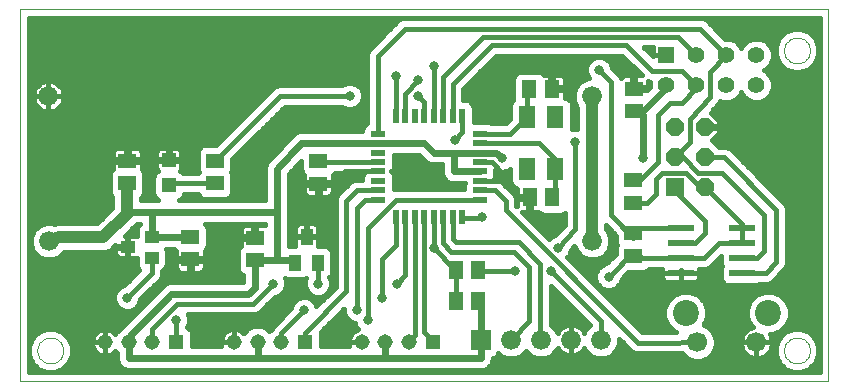
<source format=gtl>
G75*
G70*
%OFA0B0*%
%FSLAX24Y24*%
%IPPOS*%
%LPD*%
%AMOC8*
5,1,8,0,0,1.08239X$1,22.5*
%
%ADD10C,0.0000*%
%ADD11R,0.0500X0.0220*%
%ADD12R,0.0220X0.0500*%
%ADD13R,0.0551X0.0748*%
%ADD14R,0.0512X0.0591*%
%ADD15R,0.0591X0.0512*%
%ADD16R,0.0394X0.0551*%
%ADD17R,0.0472X0.0472*%
%ADD18R,0.0660X0.0660*%
%ADD19C,0.0660*%
%ADD20OC8,0.0600*%
%ADD21R,0.0600X0.0600*%
%ADD22R,0.0554X0.0554*%
%ADD23C,0.0554*%
%ADD24R,0.0515X0.0515*%
%ADD25C,0.0515*%
%ADD26C,0.0866*%
%ADD27C,0.0669*%
%ADD28R,0.0866X0.0236*%
%ADD29R,0.0450X0.0400*%
%ADD30C,0.0160*%
%ADD31C,0.0317*%
%ADD32C,0.0240*%
%ADD33C,0.0400*%
D10*
X001633Y001315D02*
X001633Y013697D01*
X028557Y013697D01*
X028557Y001315D01*
X001633Y001315D01*
X002204Y002322D02*
X002206Y002363D01*
X002212Y002404D01*
X002222Y002444D01*
X002235Y002483D01*
X002252Y002520D01*
X002273Y002556D01*
X002297Y002590D01*
X002324Y002621D01*
X002353Y002649D01*
X002386Y002675D01*
X002420Y002697D01*
X002457Y002716D01*
X002495Y002731D01*
X002535Y002743D01*
X002575Y002751D01*
X002616Y002755D01*
X002658Y002755D01*
X002699Y002751D01*
X002739Y002743D01*
X002779Y002731D01*
X002817Y002716D01*
X002853Y002697D01*
X002888Y002675D01*
X002921Y002649D01*
X002950Y002621D01*
X002977Y002590D01*
X003001Y002556D01*
X003022Y002520D01*
X003039Y002483D01*
X003052Y002444D01*
X003062Y002404D01*
X003068Y002363D01*
X003070Y002322D01*
X003068Y002281D01*
X003062Y002240D01*
X003052Y002200D01*
X003039Y002161D01*
X003022Y002124D01*
X003001Y002088D01*
X002977Y002054D01*
X002950Y002023D01*
X002921Y001995D01*
X002888Y001969D01*
X002854Y001947D01*
X002817Y001928D01*
X002779Y001913D01*
X002739Y001901D01*
X002699Y001893D01*
X002658Y001889D01*
X002616Y001889D01*
X002575Y001893D01*
X002535Y001901D01*
X002495Y001913D01*
X002457Y001928D01*
X002421Y001947D01*
X002386Y001969D01*
X002353Y001995D01*
X002324Y002023D01*
X002297Y002054D01*
X002273Y002088D01*
X002252Y002124D01*
X002235Y002161D01*
X002222Y002200D01*
X002212Y002240D01*
X002206Y002281D01*
X002204Y002322D01*
X027094Y002322D02*
X027096Y002363D01*
X027102Y002404D01*
X027112Y002444D01*
X027125Y002483D01*
X027142Y002520D01*
X027163Y002556D01*
X027187Y002590D01*
X027214Y002621D01*
X027243Y002649D01*
X027276Y002675D01*
X027310Y002697D01*
X027347Y002716D01*
X027385Y002731D01*
X027425Y002743D01*
X027465Y002751D01*
X027506Y002755D01*
X027548Y002755D01*
X027589Y002751D01*
X027629Y002743D01*
X027669Y002731D01*
X027707Y002716D01*
X027743Y002697D01*
X027778Y002675D01*
X027811Y002649D01*
X027840Y002621D01*
X027867Y002590D01*
X027891Y002556D01*
X027912Y002520D01*
X027929Y002483D01*
X027942Y002444D01*
X027952Y002404D01*
X027958Y002363D01*
X027960Y002322D01*
X027958Y002281D01*
X027952Y002240D01*
X027942Y002200D01*
X027929Y002161D01*
X027912Y002124D01*
X027891Y002088D01*
X027867Y002054D01*
X027840Y002023D01*
X027811Y001995D01*
X027778Y001969D01*
X027744Y001947D01*
X027707Y001928D01*
X027669Y001913D01*
X027629Y001901D01*
X027589Y001893D01*
X027548Y001889D01*
X027506Y001889D01*
X027465Y001893D01*
X027425Y001901D01*
X027385Y001913D01*
X027347Y001928D01*
X027311Y001947D01*
X027276Y001969D01*
X027243Y001995D01*
X027214Y002023D01*
X027187Y002054D01*
X027163Y002088D01*
X027142Y002124D01*
X027125Y002161D01*
X027112Y002200D01*
X027102Y002240D01*
X027096Y002281D01*
X027094Y002322D01*
X027094Y012322D02*
X027096Y012363D01*
X027102Y012404D01*
X027112Y012444D01*
X027125Y012483D01*
X027142Y012520D01*
X027163Y012556D01*
X027187Y012590D01*
X027214Y012621D01*
X027243Y012649D01*
X027276Y012675D01*
X027310Y012697D01*
X027347Y012716D01*
X027385Y012731D01*
X027425Y012743D01*
X027465Y012751D01*
X027506Y012755D01*
X027548Y012755D01*
X027589Y012751D01*
X027629Y012743D01*
X027669Y012731D01*
X027707Y012716D01*
X027743Y012697D01*
X027778Y012675D01*
X027811Y012649D01*
X027840Y012621D01*
X027867Y012590D01*
X027891Y012556D01*
X027912Y012520D01*
X027929Y012483D01*
X027942Y012444D01*
X027952Y012404D01*
X027958Y012363D01*
X027960Y012322D01*
X027958Y012281D01*
X027952Y012240D01*
X027942Y012200D01*
X027929Y012161D01*
X027912Y012124D01*
X027891Y012088D01*
X027867Y012054D01*
X027840Y012023D01*
X027811Y011995D01*
X027778Y011969D01*
X027744Y011947D01*
X027707Y011928D01*
X027669Y011913D01*
X027629Y011901D01*
X027589Y011893D01*
X027548Y011889D01*
X027506Y011889D01*
X027465Y011893D01*
X027425Y011901D01*
X027385Y011913D01*
X027347Y011928D01*
X027311Y011947D01*
X027276Y011969D01*
X027243Y011995D01*
X027214Y012023D01*
X027187Y012054D01*
X027163Y012088D01*
X027142Y012124D01*
X027125Y012161D01*
X027112Y012200D01*
X027102Y012240D01*
X027096Y012281D01*
X027094Y012322D01*
D11*
X016946Y009551D03*
X016946Y009236D03*
X016946Y008921D03*
X016946Y008606D03*
X016946Y008291D03*
X016946Y007976D03*
X016946Y007661D03*
X016946Y007346D03*
X013566Y007346D03*
X013566Y007661D03*
X013566Y007976D03*
X013566Y008291D03*
X013566Y008606D03*
X013566Y008921D03*
X013566Y009236D03*
X013566Y009551D03*
D12*
X014154Y010139D03*
X014469Y010139D03*
X014784Y010139D03*
X015099Y010139D03*
X015414Y010139D03*
X015729Y010139D03*
X016044Y010139D03*
X016359Y010139D03*
X016359Y006759D03*
X016044Y006759D03*
X015729Y006759D03*
X015414Y006759D03*
X015099Y006759D03*
X014784Y006759D03*
X014469Y006759D03*
X014154Y006759D03*
D13*
X018523Y008365D03*
X019468Y008365D03*
X019468Y010097D03*
X018523Y010097D03*
D14*
X018609Y011041D03*
X019357Y011041D03*
X019370Y007426D03*
X018622Y007426D03*
X016894Y005001D03*
X016146Y005001D03*
X016158Y003983D03*
X016906Y003983D03*
D15*
X022070Y005475D03*
X022070Y006223D03*
X022070Y007247D03*
X022070Y007995D03*
X022088Y010305D03*
X022088Y011053D03*
X011571Y008634D03*
X011571Y007886D03*
X009453Y006084D03*
X009453Y005336D03*
X007306Y005357D03*
X007306Y006105D03*
X008125Y007889D03*
X008125Y008637D03*
X005204Y008644D03*
X005204Y007896D03*
D16*
X010808Y005250D03*
X011556Y005250D03*
X011182Y006116D03*
D17*
X006589Y007837D03*
X006589Y008664D03*
D18*
X016990Y002667D03*
D19*
X017990Y002667D03*
X018990Y002667D03*
X019990Y002667D03*
X020990Y002667D03*
X020700Y005966D03*
X020685Y010791D03*
X002575Y010791D03*
X002590Y005966D03*
D20*
X023443Y008772D03*
X024443Y008772D03*
X024443Y009772D03*
X023443Y009772D03*
X024443Y007772D03*
D21*
X023443Y007772D03*
D22*
X023169Y012166D03*
D23*
X024169Y012166D03*
X025169Y012166D03*
X026169Y012166D03*
X026169Y011166D03*
X025169Y011166D03*
X024169Y011166D03*
X023169Y011166D03*
D24*
X015383Y002611D03*
X011119Y002604D03*
X006821Y002593D03*
D25*
X006034Y002593D03*
X005246Y002593D03*
X004459Y002593D03*
X008756Y002604D03*
X009544Y002604D03*
X010331Y002604D03*
X013021Y002611D03*
X013808Y002611D03*
X014596Y002611D03*
D26*
X023814Y003573D03*
X026570Y003573D03*
D27*
X026176Y002589D03*
X024208Y002589D03*
D28*
X023645Y004902D03*
X023645Y005402D03*
X023645Y005902D03*
X023645Y006402D03*
X025692Y006402D03*
X025692Y005902D03*
X025692Y005402D03*
X025692Y004902D03*
D29*
X006013Y005421D03*
X005213Y005771D03*
X006013Y006121D03*
D30*
X005511Y006136D02*
X005511Y006376D01*
X005553Y006477D01*
X005616Y006540D01*
X005616Y006555D01*
X005536Y006555D01*
X005132Y006151D01*
X005193Y006151D01*
X005193Y005791D01*
X005233Y005791D01*
X005233Y006151D01*
X005462Y006151D01*
X005508Y006138D01*
X005511Y006136D01*
X005511Y006235D02*
X005217Y006235D01*
X005233Y006077D02*
X005193Y006077D01*
X005193Y005918D02*
X005233Y005918D01*
X005193Y005791D02*
X004808Y005791D01*
X004808Y005827D01*
X004667Y005685D01*
X004491Y005613D01*
X003095Y005613D01*
X002934Y005451D01*
X002711Y005359D01*
X002469Y005359D01*
X002246Y005451D01*
X002075Y005622D01*
X001983Y005845D01*
X001983Y006087D01*
X002075Y006310D01*
X002246Y006480D01*
X002469Y006573D01*
X002711Y006573D01*
X002771Y006548D01*
X002815Y006566D01*
X002822Y006566D01*
X002827Y006568D01*
X002916Y006566D01*
X004199Y006566D01*
X004703Y007070D01*
X004703Y007454D01*
X004674Y007483D01*
X004632Y007585D01*
X004632Y008207D01*
X004674Y008309D01*
X004729Y008364D01*
X004729Y008365D01*
X004729Y008596D01*
X005156Y008596D01*
X005156Y008692D01*
X004729Y008692D01*
X004729Y008924D01*
X004741Y008970D01*
X004765Y009011D01*
X004798Y009044D01*
X004839Y009068D01*
X004885Y009080D01*
X005156Y009080D01*
X005156Y008692D01*
X005252Y008692D01*
X005679Y008692D01*
X005679Y008924D01*
X005667Y008970D01*
X005643Y009011D01*
X005610Y009044D01*
X005569Y009068D01*
X005523Y009080D01*
X005252Y009080D01*
X005252Y008692D01*
X005252Y008596D01*
X005679Y008596D01*
X005679Y008365D01*
X005679Y008364D01*
X005734Y008309D01*
X005776Y008207D01*
X005776Y007585D01*
X005734Y007483D01*
X005656Y007406D01*
X005656Y007349D01*
X006240Y007349D01*
X006196Y007367D01*
X006118Y007444D01*
X006076Y007546D01*
X006076Y008129D01*
X006118Y008231D01*
X006196Y008308D01*
X006211Y008315D01*
X006209Y008318D01*
X006185Y008359D01*
X006173Y008404D01*
X006173Y008626D01*
X006551Y008626D01*
X006551Y008702D01*
X006173Y008702D01*
X006173Y008924D01*
X006185Y008970D01*
X006209Y009011D01*
X006242Y009045D01*
X006283Y009068D01*
X006329Y009080D01*
X006551Y009080D01*
X006551Y008702D01*
X006627Y008702D01*
X007005Y008702D01*
X007005Y008924D01*
X006993Y008970D01*
X006969Y009011D01*
X006936Y009045D01*
X006895Y009068D01*
X006849Y009080D01*
X006627Y009080D01*
X006627Y008702D01*
X006627Y008626D01*
X007005Y008626D01*
X007005Y008404D01*
X006993Y008359D01*
X006969Y008318D01*
X006967Y008315D01*
X006982Y008308D01*
X007045Y008246D01*
X007572Y008246D01*
X007579Y008263D01*
X007553Y008326D01*
X007553Y008948D01*
X007595Y009050D01*
X007673Y009128D01*
X007774Y009170D01*
X008153Y009170D01*
X010095Y011112D01*
X010227Y011167D01*
X012362Y011167D01*
X012374Y011179D01*
X012534Y011245D01*
X012708Y011245D01*
X012868Y011179D01*
X012990Y011056D01*
X013056Y010897D01*
X013056Y010723D01*
X012990Y010563D01*
X012868Y010441D01*
X012708Y010375D01*
X012534Y010375D01*
X012374Y010441D01*
X012362Y010453D01*
X010445Y010453D01*
X008697Y008705D01*
X008697Y008326D01*
X008671Y008263D01*
X008697Y008200D01*
X008697Y007578D01*
X008655Y007476D01*
X008577Y007398D01*
X008475Y007356D01*
X007774Y007356D01*
X007673Y007398D01*
X007595Y007476D01*
X007572Y007532D01*
X007096Y007532D01*
X007060Y007444D01*
X006982Y007367D01*
X006939Y007349D01*
X009783Y007349D01*
X009783Y008364D01*
X009781Y008439D01*
X009783Y008443D01*
X009783Y008448D01*
X009812Y008517D01*
X009838Y008586D01*
X009842Y008589D01*
X009844Y008594D01*
X009896Y008646D01*
X010669Y009455D01*
X010670Y009460D01*
X010723Y009512D01*
X010774Y009566D01*
X010779Y009568D01*
X010782Y009572D01*
X010851Y009600D01*
X010919Y009630D01*
X010923Y009630D01*
X010928Y009632D01*
X011002Y009632D01*
X011076Y009634D01*
X011081Y009632D01*
X013040Y009632D01*
X013040Y009716D01*
X013082Y009818D01*
X013160Y009896D01*
X013209Y009916D01*
X013209Y012219D01*
X013263Y012351D01*
X014169Y013256D01*
X014269Y013357D01*
X014400Y013411D01*
X024352Y013411D01*
X024484Y013357D01*
X025120Y012720D01*
X025279Y012720D01*
X025483Y012636D01*
X025639Y012480D01*
X025669Y012407D01*
X025700Y012480D01*
X025855Y012636D01*
X026059Y012720D01*
X026279Y012720D01*
X026483Y012636D01*
X026639Y012480D01*
X026723Y012276D01*
X026723Y012056D01*
X026639Y011852D01*
X026483Y011696D01*
X026410Y011666D01*
X026483Y011636D01*
X026639Y011480D01*
X026723Y011276D01*
X026723Y011056D01*
X026639Y010852D01*
X026483Y010696D01*
X026279Y010612D01*
X026059Y010612D01*
X025855Y010696D01*
X025700Y010852D01*
X025669Y010926D01*
X025639Y010852D01*
X025483Y010696D01*
X025279Y010612D01*
X025059Y010612D01*
X024965Y010651D01*
X024962Y010643D01*
X024942Y010586D01*
X024935Y010578D01*
X024931Y010568D01*
X024888Y010525D01*
X024643Y010251D01*
X024923Y009971D01*
X024923Y009792D01*
X024463Y009792D01*
X024463Y009752D01*
X024923Y009752D01*
X024923Y009573D01*
X024690Y009340D01*
X024918Y009113D01*
X025166Y009113D01*
X025297Y009059D01*
X025397Y008958D01*
X025397Y008958D01*
X027136Y007219D01*
X027190Y007088D01*
X027190Y005188D01*
X027136Y005057D01*
X026679Y004600D01*
X026548Y004546D01*
X026272Y004546D01*
X026180Y004507D01*
X025204Y004507D01*
X025102Y004550D01*
X025024Y004628D01*
X024982Y004729D01*
X024982Y005076D01*
X025014Y005152D01*
X024982Y005229D01*
X024982Y005461D01*
X024620Y005100D01*
X024489Y005046D01*
X024257Y005046D01*
X024258Y005044D01*
X024258Y004902D01*
X023645Y004902D01*
X023645Y004902D01*
X023645Y004604D01*
X024101Y004604D01*
X024147Y004617D01*
X024188Y004640D01*
X024222Y004674D01*
X024245Y004715D01*
X024258Y004761D01*
X024258Y004902D01*
X023645Y004902D01*
X023645Y004902D01*
X023645Y004604D01*
X023188Y004604D01*
X023142Y004617D01*
X023101Y004640D01*
X023067Y004674D01*
X023044Y004715D01*
X023031Y004761D01*
X023031Y004902D01*
X023645Y004902D01*
X023645Y004902D01*
X023645Y004902D01*
X023645Y005007D01*
X023645Y005007D01*
X023645Y004902D01*
X023031Y004902D01*
X023031Y005044D01*
X023032Y005046D01*
X022583Y005046D01*
X022522Y004985D01*
X022420Y004943D01*
X021904Y004943D01*
X021678Y004717D01*
X021678Y004700D01*
X021612Y004540D01*
X021490Y004417D01*
X021330Y004351D01*
X021156Y004351D01*
X020996Y004417D01*
X020874Y004540D01*
X020808Y004700D01*
X020808Y004873D01*
X020874Y005033D01*
X020996Y005155D01*
X021156Y005222D01*
X021174Y005222D01*
X021498Y005546D01*
X021498Y005786D01*
X021524Y005849D01*
X021498Y005912D01*
X021498Y006153D01*
X021162Y006489D01*
X021162Y006362D01*
X021215Y006310D01*
X021307Y006087D01*
X021307Y005845D01*
X021215Y005622D01*
X021044Y005451D01*
X020821Y005359D01*
X020579Y005359D01*
X020356Y005451D01*
X020186Y005622D01*
X020109Y005806D01*
X019985Y005674D01*
X019985Y005645D01*
X019919Y005485D01*
X019874Y005440D01*
X022375Y002938D01*
X023132Y002938D01*
X023484Y002941D01*
X023412Y002971D01*
X023212Y003171D01*
X023104Y003432D01*
X023104Y003714D01*
X023212Y003975D01*
X023412Y004175D01*
X023673Y004283D01*
X023955Y004283D01*
X024216Y004175D01*
X024416Y003975D01*
X024524Y003714D01*
X024524Y003432D01*
X024416Y003171D01*
X024411Y003166D01*
X024554Y003107D01*
X024726Y002935D01*
X024819Y002710D01*
X024819Y002467D01*
X024726Y002242D01*
X024554Y002070D01*
X024329Y001977D01*
X024086Y001977D01*
X023861Y002070D01*
X023703Y002229D01*
X023205Y002225D01*
X023204Y002225D01*
X023134Y002225D01*
X023064Y002224D01*
X023063Y002225D01*
X022156Y002225D01*
X022025Y002279D01*
X021925Y002379D01*
X021597Y002707D01*
X021597Y002547D01*
X021505Y002324D01*
X021334Y002153D01*
X021111Y002061D01*
X020870Y002061D01*
X020646Y002153D01*
X020476Y002324D01*
X020436Y002419D01*
X020426Y002400D01*
X020379Y002335D01*
X020322Y002278D01*
X020258Y002231D01*
X020186Y002195D01*
X020110Y002170D01*
X020030Y002157D01*
X019990Y002157D01*
X019990Y002667D01*
X019990Y002667D01*
X019990Y002157D01*
X019950Y002157D01*
X019871Y002170D01*
X019794Y002195D01*
X019723Y002231D01*
X019658Y002278D01*
X019601Y002335D01*
X019554Y002400D01*
X019544Y002419D01*
X019505Y002324D01*
X019334Y002153D01*
X019111Y002061D01*
X018870Y002061D01*
X018646Y002153D01*
X018490Y002309D01*
X018334Y002153D01*
X018111Y002061D01*
X017870Y002061D01*
X017646Y002153D01*
X017574Y002226D01*
X017555Y002181D01*
X017477Y002103D01*
X017388Y002066D01*
X017388Y001992D01*
X017388Y001992D01*
X017388Y001991D01*
X017358Y001919D01*
X017328Y001846D01*
X017328Y001846D01*
X017327Y001845D01*
X017272Y001790D01*
X017217Y001734D01*
X017216Y001734D01*
X017216Y001733D01*
X017144Y001703D01*
X017072Y001673D01*
X017071Y001673D01*
X017070Y001673D01*
X016992Y001673D01*
X016914Y001673D01*
X016913Y001673D01*
X005180Y001673D01*
X005034Y001733D01*
X004922Y001845D01*
X004862Y001991D01*
X004862Y002222D01*
X004793Y002290D01*
X004788Y002303D01*
X004744Y002259D01*
X004688Y002219D01*
X004627Y002188D01*
X004561Y002166D01*
X004493Y002156D01*
X004459Y002156D01*
X004459Y002593D01*
X004459Y002593D01*
X004459Y002593D01*
X004459Y003030D01*
X004493Y003030D01*
X004561Y003020D01*
X004627Y002998D01*
X004688Y002967D01*
X004744Y002927D01*
X004788Y002883D01*
X004793Y002896D01*
X004943Y003046D01*
X004980Y003061D01*
X006451Y004532D01*
X006597Y004593D01*
X009056Y004593D01*
X009056Y004823D01*
X009001Y004846D01*
X008923Y004924D01*
X008881Y005025D01*
X008881Y005647D01*
X008923Y005749D01*
X008978Y005804D01*
X008978Y005805D01*
X008978Y006036D01*
X009405Y006036D01*
X009405Y006132D01*
X008978Y006132D01*
X008978Y006364D01*
X008990Y006410D01*
X009014Y006451D01*
X009047Y006484D01*
X009088Y006508D01*
X009134Y006520D01*
X009405Y006520D01*
X009405Y006132D01*
X009501Y006132D01*
X009501Y006520D01*
X009772Y006520D01*
X009783Y006517D01*
X009783Y006555D01*
X007799Y006555D01*
X007836Y006518D01*
X007878Y006416D01*
X007878Y005794D01*
X007836Y005692D01*
X007781Y005638D01*
X007781Y005637D01*
X007781Y005405D01*
X007354Y005405D01*
X007354Y005309D01*
X007354Y004921D01*
X007625Y004921D01*
X007671Y004934D01*
X007712Y004957D01*
X007745Y004991D01*
X007769Y005032D01*
X007781Y005078D01*
X007781Y005309D01*
X007354Y005309D01*
X007258Y005309D01*
X007258Y004921D01*
X006987Y004921D01*
X006941Y004934D01*
X006900Y004957D01*
X006867Y004991D01*
X006843Y005032D01*
X006831Y005078D01*
X006831Y005309D01*
X007258Y005309D01*
X007258Y005405D01*
X006831Y005405D01*
X006831Y005637D01*
X006831Y005638D01*
X006776Y005692D01*
X006769Y005708D01*
X006501Y005708D01*
X006515Y005676D01*
X006515Y005165D01*
X006473Y005064D01*
X006395Y004986D01*
X006370Y004976D01*
X006370Y004840D01*
X006316Y004709D01*
X005640Y004033D01*
X005640Y003991D01*
X005573Y003831D01*
X005451Y003709D01*
X005291Y003642D01*
X005118Y003642D01*
X004958Y003709D01*
X004835Y003831D01*
X004769Y003991D01*
X004769Y004164D01*
X004835Y004324D01*
X004958Y004447D01*
X005106Y004508D01*
X005607Y005010D01*
X005553Y005064D01*
X005511Y005165D01*
X005511Y005405D01*
X005508Y005403D01*
X005462Y005391D01*
X005233Y005391D01*
X005233Y005751D01*
X005193Y005751D01*
X004808Y005751D01*
X004808Y005547D01*
X004820Y005501D01*
X004844Y005460D01*
X004878Y005427D01*
X004919Y005403D01*
X004964Y005391D01*
X005193Y005391D01*
X005193Y005751D01*
X005193Y005791D01*
X005193Y005760D02*
X004741Y005760D01*
X004808Y005601D02*
X003083Y005601D01*
X002913Y005443D02*
X004861Y005443D01*
X005193Y005443D02*
X005233Y005443D01*
X005233Y005601D02*
X005193Y005601D01*
X005511Y005284D02*
X001910Y005284D01*
X001910Y005126D02*
X005528Y005126D01*
X005565Y004967D02*
X001910Y004967D01*
X001910Y004809D02*
X005406Y004809D01*
X005248Y004650D02*
X001910Y004650D01*
X001910Y004492D02*
X005067Y004492D01*
X004844Y004333D02*
X001910Y004333D01*
X001910Y004175D02*
X004773Y004175D01*
X004769Y004016D02*
X001910Y004016D01*
X001910Y003858D02*
X004824Y003858D01*
X004981Y003699D02*
X001910Y003699D01*
X001910Y003541D02*
X005460Y003541D01*
X005428Y003699D02*
X005618Y003699D01*
X005584Y003858D02*
X005777Y003858D01*
X005640Y004016D02*
X005935Y004016D01*
X005782Y004175D02*
X006094Y004175D01*
X005940Y004333D02*
X006252Y004333D01*
X006099Y004492D02*
X006411Y004492D01*
X006257Y004650D02*
X009056Y004650D01*
X009056Y004809D02*
X006357Y004809D01*
X006370Y004967D02*
X006890Y004967D01*
X006831Y005126D02*
X006498Y005126D01*
X006515Y005284D02*
X006831Y005284D01*
X007258Y005284D02*
X007354Y005284D01*
X007354Y005126D02*
X007258Y005126D01*
X007258Y004967D02*
X007354Y004967D01*
X007722Y004967D02*
X008905Y004967D01*
X008881Y005126D02*
X007781Y005126D01*
X007781Y005284D02*
X008881Y005284D01*
X008881Y005443D02*
X007781Y005443D01*
X007781Y005601D02*
X008881Y005601D01*
X008934Y005760D02*
X007864Y005760D01*
X007878Y005918D02*
X008978Y005918D01*
X008978Y006235D02*
X007878Y006235D01*
X007878Y006077D02*
X009405Y006077D01*
X009405Y006235D02*
X009501Y006235D01*
X009501Y006394D02*
X009405Y006394D01*
X009783Y006552D02*
X007802Y006552D01*
X007878Y006394D02*
X008986Y006394D01*
X010577Y006394D02*
X010806Y006394D01*
X010806Y006415D02*
X010806Y006134D01*
X011164Y006134D01*
X011164Y006097D01*
X010806Y006097D01*
X010806Y005816D01*
X010809Y005802D01*
X010577Y005802D01*
X010577Y008210D01*
X010999Y008652D01*
X010999Y008323D01*
X011041Y008221D01*
X011096Y008166D01*
X011096Y008165D01*
X011096Y007934D01*
X011523Y007934D01*
X011523Y007838D01*
X011096Y007838D01*
X011096Y007606D01*
X011108Y007560D01*
X011132Y007519D01*
X011165Y007486D01*
X011206Y007462D01*
X011252Y007450D01*
X011523Y007450D01*
X011523Y007838D01*
X011619Y007838D01*
X011619Y007934D01*
X012046Y007934D01*
X012046Y008165D01*
X012046Y008166D01*
X012101Y008221D01*
X012113Y008249D01*
X013088Y008249D01*
X013082Y008243D01*
X013040Y008141D01*
X013040Y008018D01*
X012787Y008018D01*
X012656Y007964D01*
X012301Y007609D01*
X012200Y007508D01*
X012146Y007377D01*
X012146Y004451D01*
X011509Y003814D01*
X011466Y003919D01*
X011343Y004042D01*
X011183Y004108D01*
X011010Y004108D01*
X010850Y004042D01*
X010728Y003919D01*
X010661Y003759D01*
X010661Y003738D01*
X010084Y003147D01*
X010035Y003099D01*
X010034Y003097D01*
X010033Y003095D01*
X010010Y003038D01*
X009937Y002966D01*
X009846Y003057D01*
X009650Y003138D01*
X009437Y003138D01*
X009241Y003057D01*
X009091Y002906D01*
X009085Y002893D01*
X009041Y002937D01*
X008986Y002978D01*
X008924Y003009D01*
X008859Y003030D01*
X008791Y003041D01*
X008756Y003041D01*
X008722Y003041D01*
X008654Y003030D01*
X008588Y003009D01*
X008527Y002978D01*
X008471Y002937D01*
X008423Y002889D01*
X008382Y002833D01*
X008351Y002772D01*
X008330Y002706D01*
X008319Y002638D01*
X008319Y002604D01*
X008756Y002604D01*
X008756Y003041D01*
X008756Y002604D01*
X008756Y002604D01*
X008756Y002604D01*
X008319Y002604D01*
X008319Y002569D01*
X008330Y002501D01*
X008341Y002467D01*
X007355Y002467D01*
X007355Y002906D01*
X007313Y003007D01*
X007235Y003085D01*
X007208Y003096D01*
X007269Y003243D01*
X007269Y003416D01*
X007224Y003524D01*
X009464Y003524D01*
X009595Y003578D01*
X010131Y004115D01*
X010148Y004115D01*
X010308Y004181D01*
X010431Y004304D01*
X010497Y004463D01*
X010497Y004637D01*
X010455Y004739D01*
X010556Y004697D01*
X011060Y004697D01*
X011162Y004739D01*
X011167Y004745D01*
X011123Y004637D01*
X011123Y004463D01*
X011189Y004304D01*
X011311Y004181D01*
X011471Y004115D01*
X011645Y004115D01*
X011805Y004181D01*
X011927Y004304D01*
X011993Y004463D01*
X011993Y004637D01*
X011939Y004768D01*
X011988Y004817D01*
X012030Y004919D01*
X012030Y005580D01*
X011988Y005682D01*
X011910Y005760D01*
X011808Y005802D01*
X011555Y005802D01*
X011559Y005816D01*
X011559Y006097D01*
X011201Y006097D01*
X011201Y006134D01*
X011559Y006134D01*
X011559Y006415D01*
X011547Y006461D01*
X011523Y006502D01*
X011490Y006535D01*
X011449Y006559D01*
X011403Y006571D01*
X011201Y006571D01*
X011201Y006134D01*
X011164Y006134D01*
X011164Y006571D01*
X010962Y006571D01*
X010916Y006559D01*
X010875Y006535D01*
X010841Y006502D01*
X010818Y006461D01*
X010806Y006415D01*
X010904Y006552D02*
X010577Y006552D01*
X010577Y006711D02*
X012146Y006711D01*
X012146Y006869D02*
X010577Y006869D01*
X010577Y007028D02*
X012146Y007028D01*
X012146Y007186D02*
X010577Y007186D01*
X010577Y007345D02*
X012146Y007345D01*
X011977Y007486D02*
X012010Y007519D01*
X012034Y007560D01*
X012046Y007606D01*
X012046Y007838D01*
X011619Y007838D01*
X011619Y007450D01*
X011890Y007450D01*
X011936Y007462D01*
X011977Y007486D01*
X011994Y007503D02*
X012198Y007503D01*
X012046Y007662D02*
X012354Y007662D01*
X012512Y007820D02*
X012046Y007820D01*
X012070Y007897D02*
X011558Y007897D01*
X011523Y007820D02*
X011619Y007820D01*
X011619Y007662D02*
X011523Y007662D01*
X011523Y007503D02*
X011619Y007503D01*
X011148Y007503D02*
X010577Y007503D01*
X010577Y007662D02*
X011096Y007662D01*
X011096Y007820D02*
X010577Y007820D01*
X010577Y007979D02*
X011096Y007979D01*
X011096Y008137D02*
X010577Y008137D01*
X010659Y008296D02*
X011010Y008296D01*
X010999Y008454D02*
X010810Y008454D01*
X010961Y008613D02*
X010999Y008613D01*
X011571Y008634D02*
X011597Y008660D01*
X011597Y008684D01*
X011675Y008606D01*
X013566Y008606D01*
X014093Y008613D02*
X015162Y008613D01*
X015191Y008584D02*
X015337Y008523D01*
X015689Y008523D01*
X015689Y008211D01*
X015749Y008065D01*
X015861Y007954D01*
X016007Y007893D01*
X016447Y007893D01*
X016420Y007826D01*
X016420Y007703D01*
X014093Y007703D01*
X014093Y007826D01*
X014093Y008141D01*
X014051Y008243D01*
X014003Y008291D01*
X014051Y008339D01*
X014093Y008441D01*
X014093Y008839D01*
X014936Y008839D01*
X015191Y008584D01*
X015004Y008771D02*
X014093Y008771D01*
X014093Y008454D02*
X015689Y008454D01*
X015689Y008296D02*
X014008Y008296D01*
X014093Y008137D02*
X015719Y008137D01*
X015836Y007979D02*
X014093Y007979D01*
X014093Y007820D02*
X016420Y007820D01*
X016946Y007976D02*
X017699Y007976D01*
X017700Y007977D01*
X017704Y008251D01*
X017349Y008606D01*
X016946Y008606D01*
X016946Y008291D02*
X016946Y008290D01*
X017473Y008296D02*
X017594Y008296D01*
X017613Y008288D02*
X017786Y008288D01*
X017946Y008354D01*
X017970Y008378D01*
X017970Y007936D01*
X018012Y007834D01*
X018090Y007756D01*
X018186Y007717D01*
X018186Y007474D01*
X018574Y007474D01*
X018574Y007378D01*
X018186Y007378D01*
X018186Y007127D01*
X018175Y007139D01*
X018175Y007377D01*
X018120Y007508D01*
X018020Y007609D01*
X017665Y007964D01*
X017534Y008018D01*
X017425Y008018D01*
X017431Y008024D01*
X017473Y008126D01*
X017473Y008346D01*
X017613Y008288D01*
X017805Y008296D02*
X017970Y008296D01*
X017970Y008137D02*
X017473Y008137D01*
X017628Y007979D02*
X017970Y007979D01*
X018026Y007820D02*
X017808Y007820D01*
X017699Y007976D02*
X018251Y007424D01*
X018621Y007424D01*
X018622Y007426D01*
X018574Y007378D02*
X018670Y007378D01*
X018670Y006950D01*
X018902Y006950D01*
X018903Y006951D01*
X018958Y006896D01*
X019059Y006854D01*
X019681Y006854D01*
X019783Y006896D01*
X019784Y006896D01*
X019784Y006502D01*
X019469Y006166D01*
X019463Y006166D01*
X019304Y006100D01*
X019258Y006055D01*
X018363Y006950D01*
X018574Y006950D01*
X018574Y007378D01*
X018574Y007345D02*
X018670Y007345D01*
X018670Y007186D02*
X018574Y007186D01*
X018574Y007028D02*
X018670Y007028D01*
X018444Y006869D02*
X019021Y006869D01*
X018603Y006711D02*
X019784Y006711D01*
X019784Y006869D02*
X019719Y006869D01*
X019784Y006552D02*
X018761Y006552D01*
X018920Y006394D02*
X019682Y006394D01*
X019533Y006235D02*
X019078Y006235D01*
X019237Y006077D02*
X019280Y006077D01*
X019550Y005731D02*
X020141Y006361D01*
X020141Y009274D01*
X020020Y009696D02*
X020020Y010526D01*
X019978Y010628D01*
X019900Y010706D01*
X019798Y010748D01*
X019793Y010748D01*
X019793Y010993D01*
X019405Y010993D01*
X019405Y011089D01*
X019309Y011089D01*
X019309Y011516D01*
X019077Y011516D01*
X019077Y011516D01*
X019022Y011571D01*
X018920Y011613D01*
X018298Y011613D01*
X018196Y011571D01*
X018118Y011493D01*
X018076Y011391D01*
X018076Y010692D01*
X018012Y010628D01*
X017970Y010526D01*
X017970Y010050D01*
X017828Y009908D01*
X017324Y009908D01*
X017251Y009938D01*
X016746Y009938D01*
X016746Y010444D01*
X016703Y010545D01*
X016626Y010623D01*
X016524Y010665D01*
X016401Y010665D01*
X016401Y011053D01*
X017493Y012146D01*
X021686Y012146D01*
X022343Y011489D01*
X022136Y011489D01*
X022136Y011101D01*
X022040Y011101D01*
X022040Y011489D01*
X021769Y011489D01*
X021724Y011477D01*
X021682Y011453D01*
X021650Y011421D01*
X021624Y011485D01*
X021363Y011745D01*
X021363Y011763D01*
X021297Y011923D01*
X021175Y012045D01*
X021015Y012111D01*
X020841Y012111D01*
X020681Y012045D01*
X020559Y011923D01*
X020493Y011763D01*
X020493Y011589D01*
X020559Y011429D01*
X020590Y011398D01*
X020564Y011398D01*
X020341Y011306D01*
X020171Y011135D01*
X020078Y010912D01*
X020078Y010671D01*
X020171Y010448D01*
X020208Y010410D01*
X020208Y009710D01*
X020054Y009710D01*
X020020Y009696D01*
X020020Y009722D02*
X020208Y009722D01*
X020208Y009881D02*
X020020Y009881D01*
X020020Y010039D02*
X020208Y010039D01*
X020208Y010198D02*
X020020Y010198D01*
X020020Y010356D02*
X020208Y010356D01*
X020143Y010515D02*
X020020Y010515D01*
X020078Y010673D02*
X019933Y010673D01*
X019793Y010832D02*
X020078Y010832D01*
X020111Y010990D02*
X019793Y010990D01*
X019793Y011089D02*
X019405Y011089D01*
X019405Y011516D01*
X019637Y011516D01*
X019682Y011504D01*
X019723Y011480D01*
X019757Y011446D01*
X019781Y011405D01*
X019793Y011360D01*
X019793Y011089D01*
X019793Y011149D02*
X020184Y011149D01*
X020345Y011307D02*
X019793Y011307D01*
X019405Y011307D02*
X019309Y011307D01*
X019309Y011149D02*
X019405Y011149D01*
X019405Y011466D02*
X019309Y011466D01*
X019738Y011466D02*
X020544Y011466D01*
X020493Y011624D02*
X016971Y011624D01*
X016813Y011466D02*
X018107Y011466D01*
X018076Y011307D02*
X016654Y011307D01*
X016496Y011149D02*
X018076Y011149D01*
X018076Y010990D02*
X016401Y010990D01*
X016401Y010832D02*
X018076Y010832D01*
X018058Y010673D02*
X016401Y010673D01*
X016716Y010515D02*
X017970Y010515D01*
X017970Y010356D02*
X016746Y010356D01*
X016746Y010198D02*
X017970Y010198D01*
X017960Y010039D02*
X016746Y010039D01*
X016361Y010136D02*
X016359Y010139D01*
X016361Y010136D02*
X016361Y009589D01*
X016125Y009353D01*
X016086Y008921D02*
X016086Y008920D01*
X016946Y009236D02*
X018919Y009236D01*
X019432Y008723D01*
X019432Y008401D01*
X019468Y008365D01*
X019468Y007523D01*
X019370Y007426D01*
X018186Y007503D02*
X018122Y007503D01*
X018186Y007662D02*
X017967Y007662D01*
X017818Y007306D02*
X017463Y007661D01*
X016946Y007661D01*
X016946Y007346D02*
X014157Y007346D01*
X013211Y006400D01*
X013211Y003330D01*
X012784Y003224D02*
X011928Y003224D01*
X011770Y003065D02*
X012860Y003065D01*
X012842Y003083D02*
X012895Y003031D01*
X012853Y003017D01*
X012792Y002986D01*
X012736Y002945D01*
X012687Y002896D01*
X012647Y002841D01*
X012616Y002779D01*
X012594Y002714D01*
X012583Y002646D01*
X012583Y002612D01*
X013021Y002612D01*
X013021Y002611D01*
X012583Y002611D01*
X012583Y002577D01*
X012594Y002509D01*
X012608Y002467D01*
X011653Y002467D01*
X011653Y002916D01*
X011644Y002939D01*
X012422Y003717D01*
X012422Y003586D01*
X012488Y003426D01*
X012611Y003304D01*
X012771Y003238D01*
X012778Y003238D01*
X012842Y003083D01*
X012697Y002907D02*
X011653Y002907D01*
X011653Y002748D02*
X012605Y002748D01*
X012583Y002590D02*
X011653Y002590D01*
X011119Y002604D02*
X011119Y002919D01*
X012503Y004303D01*
X012503Y007306D01*
X012858Y007661D01*
X013566Y007661D01*
X013566Y007346D02*
X013134Y007346D01*
X012857Y007070D01*
X012857Y003673D01*
X012422Y003699D02*
X012404Y003699D01*
X012441Y003541D02*
X012245Y003541D01*
X012087Y003382D02*
X012532Y003382D01*
X011553Y003858D02*
X011491Y003858D01*
X011369Y004016D02*
X011712Y004016D01*
X011789Y004175D02*
X011870Y004175D01*
X011939Y004333D02*
X012029Y004333D01*
X011993Y004492D02*
X012146Y004492D01*
X012146Y004650D02*
X011988Y004650D01*
X011980Y004809D02*
X012146Y004809D01*
X012146Y004967D02*
X012030Y004967D01*
X012030Y005126D02*
X012146Y005126D01*
X012146Y005284D02*
X012030Y005284D01*
X011556Y005250D02*
X011556Y004588D01*
X011558Y004589D01*
X011558Y004550D01*
X011177Y004333D02*
X010443Y004333D01*
X010497Y004492D02*
X011123Y004492D01*
X011128Y004650D02*
X010492Y004650D01*
X010455Y004739D02*
X010455Y004739D01*
X010062Y004550D02*
X009393Y003881D01*
X006873Y003881D01*
X006034Y003041D01*
X006034Y002593D01*
X005259Y002582D02*
X005258Y002582D01*
X005246Y002593D01*
X005219Y002620D01*
X005219Y002739D01*
X005259Y002621D02*
X005259Y002582D01*
X004811Y002273D02*
X004757Y002273D01*
X004862Y002114D02*
X003319Y002114D01*
X003347Y002181D02*
X003239Y001920D01*
X003039Y001720D01*
X002778Y001612D01*
X002495Y001612D01*
X002235Y001720D01*
X002035Y001920D01*
X001927Y002181D01*
X001927Y002463D01*
X002035Y002724D01*
X002235Y002924D01*
X002495Y003032D01*
X002778Y003032D01*
X003039Y002924D01*
X003239Y002724D01*
X003347Y002463D01*
X003347Y002181D01*
X003347Y002273D02*
X004160Y002273D01*
X004174Y002259D02*
X004229Y002219D01*
X004291Y002188D01*
X004356Y002166D01*
X004424Y002156D01*
X004459Y002156D01*
X004459Y002593D01*
X004459Y003030D01*
X004424Y003030D01*
X004356Y003020D01*
X004291Y002998D01*
X004229Y002967D01*
X004174Y002927D01*
X004125Y002878D01*
X004085Y002822D01*
X004053Y002761D01*
X004032Y002695D01*
X004021Y002627D01*
X004021Y002593D01*
X004459Y002593D01*
X004021Y002593D01*
X004021Y002559D01*
X004032Y002491D01*
X004053Y002425D01*
X004085Y002364D01*
X004125Y002308D01*
X004174Y002259D01*
X004051Y002431D02*
X003347Y002431D01*
X003294Y002590D02*
X004021Y002590D01*
X004049Y002748D02*
X003214Y002748D01*
X003056Y002907D02*
X004154Y002907D01*
X004459Y002907D02*
X004459Y002907D01*
X004459Y002748D02*
X004459Y002748D01*
X004459Y002593D02*
X004459Y002593D01*
X004459Y002590D02*
X004459Y002590D01*
X004459Y002431D02*
X004459Y002431D01*
X004459Y002273D02*
X004459Y002273D01*
X004876Y001956D02*
X003254Y001956D01*
X003116Y001797D02*
X004970Y001797D01*
X004804Y002907D02*
X004764Y002907D01*
X004984Y003065D02*
X001910Y003065D01*
X001910Y002907D02*
X002218Y002907D01*
X002059Y002748D02*
X001910Y002748D01*
X001910Y002590D02*
X001979Y002590D01*
X001927Y002431D02*
X001910Y002431D01*
X001910Y002273D02*
X001927Y002273D01*
X001910Y002114D02*
X001954Y002114D01*
X001910Y001956D02*
X002020Y001956D01*
X001910Y001797D02*
X002157Y001797D01*
X001910Y001639D02*
X002430Y001639D01*
X002843Y001639D02*
X027321Y001639D01*
X027386Y001612D02*
X027668Y001612D01*
X027929Y001720D01*
X028129Y001920D01*
X028237Y002181D01*
X028237Y002463D01*
X028129Y002724D01*
X027929Y002924D01*
X027668Y003032D01*
X027386Y003032D01*
X027125Y002924D01*
X026925Y002724D01*
X026817Y002463D01*
X026817Y002181D01*
X026925Y001920D01*
X027125Y001720D01*
X027386Y001612D01*
X027733Y001639D02*
X028280Y001639D01*
X028280Y001592D02*
X001910Y001592D01*
X001910Y013420D01*
X028280Y013420D01*
X028280Y001592D01*
X028280Y001797D02*
X028007Y001797D01*
X028144Y001956D02*
X028280Y001956D01*
X028280Y002114D02*
X028210Y002114D01*
X028237Y002273D02*
X028280Y002273D01*
X028280Y002431D02*
X028237Y002431D01*
X028280Y002590D02*
X028185Y002590D01*
X028105Y002748D02*
X028280Y002748D01*
X028280Y002907D02*
X027946Y002907D01*
X028280Y003065D02*
X027066Y003065D01*
X026972Y002971D02*
X027172Y003171D01*
X027280Y003432D01*
X027280Y003714D01*
X027172Y003975D01*
X026972Y004175D01*
X026711Y004283D01*
X026429Y004283D01*
X026168Y004175D01*
X025968Y003975D01*
X025860Y003714D01*
X025860Y003432D01*
X025968Y003171D01*
X026050Y003089D01*
X025979Y003066D01*
X025906Y003029D01*
X025841Y002981D01*
X025784Y002924D01*
X025736Y002858D01*
X025699Y002786D01*
X025674Y002709D01*
X025661Y002629D01*
X025661Y002589D01*
X026176Y002589D01*
X026176Y002589D01*
X026691Y002589D01*
X026691Y002629D01*
X026678Y002709D01*
X026653Y002786D01*
X026616Y002858D01*
X026613Y002863D01*
X026711Y002863D01*
X026972Y002971D01*
X027108Y002907D02*
X026817Y002907D01*
X026950Y002748D02*
X026665Y002748D01*
X026691Y002590D02*
X026870Y002590D01*
X026817Y002431D02*
X026666Y002431D01*
X026678Y002468D02*
X026691Y002548D01*
X026691Y002589D01*
X026176Y002589D01*
X026176Y002589D01*
X025661Y002589D01*
X025661Y002548D01*
X025674Y002468D01*
X025699Y002391D01*
X025736Y002319D01*
X025784Y002253D01*
X025841Y002196D01*
X025906Y002148D01*
X025979Y002112D01*
X026056Y002087D01*
X026136Y002074D01*
X026176Y002074D01*
X026176Y002589D01*
X026176Y002589D01*
X026176Y002074D01*
X026217Y002074D01*
X026297Y002087D01*
X026374Y002112D01*
X026446Y002148D01*
X026511Y002196D01*
X026569Y002253D01*
X026616Y002319D01*
X026653Y002391D01*
X026678Y002468D01*
X026583Y002273D02*
X026817Y002273D01*
X026845Y002114D02*
X026379Y002114D01*
X026176Y002114D02*
X026176Y002114D01*
X026176Y002273D02*
X026176Y002273D01*
X026176Y002431D02*
X026176Y002431D01*
X025974Y002114D02*
X024598Y002114D01*
X024739Y002273D02*
X025769Y002273D01*
X025686Y002431D02*
X024804Y002431D01*
X024819Y002590D02*
X025661Y002590D01*
X025687Y002748D02*
X024803Y002748D01*
X024738Y002907D02*
X025771Y002907D01*
X025978Y003065D02*
X024596Y003065D01*
X024438Y003224D02*
X025946Y003224D01*
X025880Y003382D02*
X024503Y003382D01*
X024524Y003541D02*
X025860Y003541D01*
X025860Y003699D02*
X024524Y003699D01*
X024464Y003858D02*
X025919Y003858D01*
X026009Y004016D02*
X024375Y004016D01*
X024216Y004175D02*
X026168Y004175D01*
X026972Y004175D02*
X028280Y004175D01*
X028280Y004333D02*
X020980Y004333D01*
X020922Y004492D02*
X020822Y004492D01*
X020828Y004650D02*
X020663Y004650D01*
X020808Y004809D02*
X020505Y004809D01*
X020346Y004967D02*
X020847Y004967D01*
X020967Y005126D02*
X020188Y005126D01*
X020029Y005284D02*
X021236Y005284D01*
X021395Y005443D02*
X021023Y005443D01*
X021194Y005601D02*
X021498Y005601D01*
X021498Y005760D02*
X021272Y005760D01*
X021307Y005918D02*
X021498Y005918D01*
X021498Y006077D02*
X021307Y006077D01*
X021245Y006235D02*
X021415Y006235D01*
X021257Y006394D02*
X021162Y006394D01*
X021322Y006834D02*
X021322Y011282D01*
X020928Y011676D01*
X021355Y011783D02*
X022049Y011783D01*
X021890Y011941D02*
X021278Y011941D01*
X021043Y012100D02*
X021732Y012100D01*
X021834Y012503D02*
X022700Y011637D01*
X023699Y011637D01*
X024169Y011166D01*
X024169Y011059D01*
X023684Y010574D01*
X023290Y010574D01*
X022897Y010180D01*
X022897Y008605D01*
X022286Y007995D01*
X022070Y007995D01*
X022818Y008054D02*
X023015Y008251D01*
X023841Y008251D01*
X024274Y007818D01*
X024397Y007818D01*
X024443Y007772D01*
X025692Y006523D01*
X025692Y006402D01*
X025692Y005902D01*
X024918Y005902D01*
X024418Y005402D01*
X023645Y005402D01*
X022339Y005402D01*
X022339Y005422D01*
X022109Y005652D01*
X021243Y004786D01*
X021658Y004650D02*
X023091Y004650D01*
X023031Y004809D02*
X021770Y004809D01*
X021564Y004492D02*
X028280Y004492D01*
X028280Y004650D02*
X026730Y004650D01*
X026888Y004809D02*
X028280Y004809D01*
X028280Y004967D02*
X027047Y004967D01*
X027165Y005126D02*
X028280Y005126D01*
X028280Y005284D02*
X027190Y005284D01*
X026834Y005259D02*
X026834Y007017D01*
X025095Y008756D01*
X024459Y008756D01*
X024443Y008772D01*
X025225Y009088D02*
X028280Y009088D01*
X028280Y008930D02*
X025425Y008930D01*
X025584Y008771D02*
X028280Y008771D01*
X028280Y008613D02*
X025742Y008613D01*
X025901Y008454D02*
X028280Y008454D01*
X028280Y008296D02*
X026059Y008296D01*
X026218Y008137D02*
X028280Y008137D01*
X028280Y007979D02*
X026376Y007979D01*
X026535Y007820D02*
X028280Y007820D01*
X028280Y007662D02*
X026693Y007662D01*
X026852Y007503D02*
X028280Y007503D01*
X028280Y007345D02*
X027010Y007345D01*
X027150Y007186D02*
X028280Y007186D01*
X028280Y007028D02*
X027190Y007028D01*
X027190Y006869D02*
X028280Y006869D01*
X028280Y006711D02*
X027190Y006711D01*
X027190Y006552D02*
X028280Y006552D01*
X028280Y006394D02*
X027190Y006394D01*
X027190Y006235D02*
X028280Y006235D01*
X028280Y006077D02*
X027190Y006077D01*
X027190Y005918D02*
X028280Y005918D01*
X028280Y005760D02*
X027190Y005760D01*
X027190Y005601D02*
X028280Y005601D01*
X028280Y005443D02*
X027190Y005443D01*
X026834Y005259D02*
X026477Y004902D01*
X025692Y004902D01*
X024982Y004967D02*
X024258Y004967D01*
X024258Y004809D02*
X024982Y004809D01*
X025015Y004650D02*
X024198Y004650D01*
X023645Y004650D02*
X023645Y004650D01*
X023645Y004809D02*
X023645Y004809D01*
X023645Y004967D02*
X023645Y004967D01*
X023031Y004967D02*
X022480Y004967D01*
X022339Y005402D02*
X022070Y005475D01*
X022070Y006086D02*
X021322Y006834D01*
X022070Y007247D02*
X022523Y007247D01*
X022818Y007542D01*
X022818Y008054D01*
X023443Y007772D02*
X023465Y007750D01*
X023465Y007643D01*
X024471Y006637D01*
X024471Y006243D01*
X024131Y005902D01*
X023645Y005902D01*
X023645Y006402D02*
X022147Y006402D01*
X022109Y006243D01*
X022089Y006223D01*
X022070Y006223D01*
X022070Y006086D01*
X020700Y005966D02*
X020688Y005978D01*
X020685Y005978D01*
X020129Y005760D02*
X020066Y005760D01*
X019967Y005601D02*
X020206Y005601D01*
X020377Y005443D02*
X019877Y005443D01*
X018960Y005219D02*
X018960Y002698D01*
X018990Y002667D01*
X019544Y002916D02*
X019505Y003011D01*
X019334Y003182D01*
X019316Y003189D01*
X019316Y004476D01*
X020628Y003164D01*
X020476Y003011D01*
X020436Y002916D01*
X020426Y002935D01*
X020379Y003000D01*
X020322Y003056D01*
X020258Y003104D01*
X020186Y003140D01*
X020110Y003165D01*
X020030Y003177D01*
X019990Y003177D01*
X019950Y003177D01*
X019871Y003165D01*
X019794Y003140D01*
X019723Y003104D01*
X019658Y003056D01*
X019601Y003000D01*
X019554Y002935D01*
X019544Y002916D01*
X019451Y003065D02*
X019670Y003065D01*
X019316Y003224D02*
X020569Y003224D01*
X020530Y003065D02*
X020310Y003065D01*
X019990Y003065D02*
X019990Y003065D01*
X019990Y003177D02*
X019990Y002667D01*
X019990Y003177D01*
X019990Y002907D02*
X019990Y002907D01*
X019990Y002748D02*
X019990Y002748D01*
X019990Y002667D02*
X019990Y002667D01*
X019990Y002590D02*
X019990Y002590D01*
X019990Y002431D02*
X019990Y002431D01*
X019990Y002273D02*
X019990Y002273D01*
X020315Y002273D02*
X020527Y002273D01*
X020740Y002114D02*
X019241Y002114D01*
X019454Y002273D02*
X019666Y002273D01*
X018740Y002114D02*
X018241Y002114D01*
X018454Y002273D02*
X018527Y002273D01*
X018015Y002692D02*
X017990Y002667D01*
X018015Y002692D02*
X018015Y002700D01*
X018605Y003290D01*
X018605Y005101D01*
X018093Y005613D01*
X016007Y005613D01*
X015729Y005891D01*
X015729Y006759D01*
X016044Y006759D02*
X016044Y006049D01*
X016164Y005928D01*
X018251Y005928D01*
X018960Y005219D01*
X019314Y004983D02*
X020990Y003307D01*
X020990Y002667D01*
X021549Y002431D02*
X021873Y002431D01*
X021714Y002590D02*
X021597Y002590D01*
X021454Y002273D02*
X022040Y002273D01*
X022227Y002582D02*
X023133Y002582D01*
X024124Y002589D01*
X024208Y002589D01*
X023817Y002114D02*
X021241Y002114D01*
X022227Y002582D02*
X017818Y006991D01*
X017818Y007306D01*
X018175Y007345D02*
X018186Y007345D01*
X018175Y007186D02*
X018186Y007186D01*
X017034Y006759D02*
X017030Y006755D01*
X016362Y006755D01*
X016359Y006759D01*
X015414Y006759D02*
X015414Y005733D01*
X015412Y005731D01*
X015412Y005731D01*
X015416Y005727D01*
X015416Y005731D01*
X015416Y005727D02*
X016142Y005001D01*
X016146Y005001D01*
X016158Y004989D01*
X016158Y004976D01*
X016164Y004983D01*
X016158Y004976D02*
X016158Y003983D01*
X016906Y003983D02*
X016991Y003898D01*
X016912Y004983D02*
X016894Y005001D01*
X016912Y004983D02*
X018133Y004983D01*
X019316Y004333D02*
X019459Y004333D01*
X019316Y004175D02*
X019618Y004175D01*
X019776Y004016D02*
X019316Y004016D01*
X019316Y003858D02*
X019935Y003858D01*
X020093Y003699D02*
X019316Y003699D01*
X019316Y003541D02*
X020252Y003541D01*
X020410Y003382D02*
X019316Y003382D01*
X021139Y004175D02*
X023412Y004175D01*
X023253Y004016D02*
X021297Y004016D01*
X021456Y003858D02*
X023163Y003858D01*
X023104Y003699D02*
X021614Y003699D01*
X021773Y003541D02*
X023104Y003541D01*
X023124Y003382D02*
X021931Y003382D01*
X022090Y003224D02*
X023190Y003224D01*
X023318Y003065D02*
X022248Y003065D01*
X024646Y005126D02*
X025003Y005126D01*
X024982Y005284D02*
X024805Y005284D01*
X024963Y005443D02*
X024982Y005443D01*
X025692Y005402D02*
X026190Y005402D01*
X026440Y005652D01*
X026440Y006834D01*
X025023Y008251D01*
X024235Y008251D01*
X023719Y008767D01*
X023443Y008772D01*
X023954Y009274D01*
X023960Y010023D01*
X024629Y010771D01*
X024629Y011597D01*
X025169Y012159D01*
X025169Y012166D01*
X024281Y013054D01*
X014471Y013054D01*
X013566Y012149D01*
X013566Y009550D01*
X013566Y009550D01*
X013566Y009551D01*
X013145Y009881D02*
X009873Y009881D01*
X010032Y010039D02*
X013209Y010039D01*
X013209Y010198D02*
X010190Y010198D01*
X010349Y010356D02*
X013209Y010356D01*
X013209Y010515D02*
X012941Y010515D01*
X013035Y010673D02*
X013209Y010673D01*
X013209Y010832D02*
X013056Y010832D01*
X013017Y010990D02*
X013209Y010990D01*
X013209Y011149D02*
X012898Y011149D01*
X013209Y011307D02*
X001910Y011307D01*
X001910Y011149D02*
X002211Y011149D01*
X002186Y011124D02*
X002139Y011059D01*
X002102Y010987D01*
X002077Y010911D01*
X002065Y010832D01*
X001910Y010832D01*
X002065Y010832D02*
X002065Y010791D01*
X002065Y010751D01*
X002077Y010672D01*
X002102Y010596D01*
X002139Y010524D01*
X002186Y010459D01*
X002243Y010402D01*
X002308Y010355D01*
X002379Y010319D01*
X002455Y010294D01*
X002535Y010281D01*
X002575Y010281D01*
X002615Y010281D01*
X002694Y010294D01*
X002771Y010319D01*
X002842Y010355D01*
X002907Y010402D01*
X002964Y010459D01*
X003011Y010524D01*
X003048Y010596D01*
X003072Y010672D01*
X003085Y010751D01*
X003085Y010791D01*
X002575Y010791D01*
X002575Y010281D01*
X002575Y010791D01*
X002575Y010791D01*
X002575Y010791D01*
X002065Y010791D01*
X002575Y010791D01*
X002575Y010791D01*
X003085Y010791D01*
X003085Y010832D01*
X009815Y010832D01*
X009973Y010990D02*
X003046Y010990D01*
X003048Y010987D02*
X003011Y011059D01*
X002964Y011124D01*
X002907Y011180D01*
X002842Y011228D01*
X002771Y011264D01*
X002694Y011289D01*
X002615Y011301D01*
X002575Y011301D01*
X002575Y010791D01*
X002575Y010791D01*
X002575Y011301D01*
X002535Y011301D01*
X002455Y011289D01*
X002379Y011264D01*
X002308Y011228D01*
X002243Y011180D01*
X002186Y011124D01*
X002104Y010990D02*
X001910Y010990D01*
X001910Y010673D02*
X002077Y010673D01*
X002145Y010515D02*
X001910Y010515D01*
X001910Y010356D02*
X002306Y010356D01*
X002575Y010356D02*
X002575Y010356D01*
X002575Y010515D02*
X002575Y010515D01*
X002575Y010673D02*
X002575Y010673D01*
X002575Y010832D02*
X002575Y010832D01*
X002575Y010990D02*
X002575Y010990D01*
X002575Y011149D02*
X002575Y011149D01*
X002939Y011149D02*
X010183Y011149D01*
X010298Y010810D02*
X008125Y008637D01*
X008697Y008613D02*
X009863Y008613D01*
X009786Y008454D02*
X008697Y008454D01*
X008684Y008296D02*
X009783Y008296D01*
X009783Y008137D02*
X008697Y008137D01*
X008697Y007979D02*
X009783Y007979D01*
X009783Y007820D02*
X008697Y007820D01*
X008697Y007662D02*
X009783Y007662D01*
X009783Y007503D02*
X008666Y007503D01*
X008125Y007889D02*
X006641Y007889D01*
X006589Y007837D01*
X006076Y007820D02*
X005776Y007820D01*
X005776Y007662D02*
X006076Y007662D01*
X006094Y007503D02*
X005742Y007503D01*
X005204Y007896D02*
X005180Y007896D01*
X005180Y007897D01*
X004632Y007820D02*
X001910Y007820D01*
X001910Y007662D02*
X004632Y007662D01*
X004666Y007503D02*
X001910Y007503D01*
X001910Y007345D02*
X004703Y007345D01*
X004703Y007186D02*
X001910Y007186D01*
X001910Y007028D02*
X004660Y007028D01*
X004502Y006869D02*
X001910Y006869D01*
X001910Y006711D02*
X004343Y006711D01*
X005180Y006952D02*
X005219Y006912D01*
X005534Y006552D02*
X005616Y006552D01*
X005519Y006394D02*
X005375Y006394D01*
X006515Y005601D02*
X006831Y005601D01*
X006831Y005443D02*
X006515Y005443D01*
X006013Y005421D02*
X006013Y004911D01*
X005180Y004078D01*
X005204Y004078D01*
X005301Y003382D02*
X001910Y003382D01*
X001910Y003224D02*
X005143Y003224D01*
X006834Y003330D02*
X006834Y002582D01*
X006822Y002593D01*
X006821Y002593D01*
X007355Y002590D02*
X008319Y002590D01*
X008343Y002748D02*
X007355Y002748D01*
X007355Y002907D02*
X008441Y002907D01*
X008756Y002907D02*
X008756Y002907D01*
X008756Y002748D02*
X008756Y002748D01*
X009072Y002907D02*
X009091Y002907D01*
X009262Y003065D02*
X007255Y003065D01*
X007261Y003224D02*
X010158Y003224D01*
X010021Y003065D02*
X009826Y003065D01*
X010337Y002897D02*
X010337Y002597D01*
X010331Y002604D01*
X010337Y002597D02*
X010337Y002582D01*
X010337Y002897D02*
X011097Y003673D01*
X010702Y003858D02*
X009874Y003858D01*
X010033Y004016D02*
X010824Y004016D01*
X011327Y004175D02*
X010293Y004175D01*
X010623Y003699D02*
X009716Y003699D01*
X009504Y003541D02*
X010468Y003541D01*
X010313Y003382D02*
X007269Y003382D01*
X009511Y002070D02*
X009544Y002076D01*
X013763Y002070D02*
X013804Y002072D01*
X014596Y002611D02*
X014784Y002835D01*
X014784Y006759D01*
X015099Y006759D02*
X015099Y002923D01*
X015383Y002611D01*
X016990Y002667D02*
X016990Y002699D01*
X016991Y002700D01*
X017489Y002114D02*
X017740Y002114D01*
X017373Y001956D02*
X026910Y001956D01*
X027048Y001797D02*
X017280Y001797D01*
X013684Y004078D02*
X013684Y005377D01*
X014154Y005847D01*
X014154Y006759D01*
X014469Y006759D02*
X014469Y004823D01*
X014196Y004550D01*
X012146Y005443D02*
X012030Y005443D01*
X012021Y005601D02*
X012146Y005601D01*
X012146Y005760D02*
X011910Y005760D01*
X012146Y005918D02*
X011559Y005918D01*
X011559Y006077D02*
X012146Y006077D01*
X012146Y006235D02*
X011559Y006235D01*
X011559Y006394D02*
X012146Y006394D01*
X012146Y006552D02*
X011460Y006552D01*
X011201Y006552D02*
X011164Y006552D01*
X011164Y006394D02*
X011201Y006394D01*
X011201Y006235D02*
X011164Y006235D01*
X010806Y006235D02*
X010577Y006235D01*
X010577Y006077D02*
X010806Y006077D01*
X010806Y005918D02*
X010577Y005918D01*
X010761Y005336D02*
X010808Y005250D01*
X007584Y007503D02*
X007084Y007503D01*
X006076Y007979D02*
X005776Y007979D01*
X005776Y008137D02*
X006079Y008137D01*
X006183Y008296D02*
X005739Y008296D01*
X005679Y008454D02*
X006173Y008454D01*
X006173Y008613D02*
X005252Y008613D01*
X005156Y008613D02*
X001910Y008613D01*
X001910Y008771D02*
X004729Y008771D01*
X004730Y008930D02*
X001910Y008930D01*
X001910Y009088D02*
X007633Y009088D01*
X007553Y008930D02*
X007004Y008930D01*
X007005Y008771D02*
X007553Y008771D01*
X007553Y008613D02*
X007005Y008613D01*
X007005Y008454D02*
X007553Y008454D01*
X007565Y008296D02*
X006995Y008296D01*
X006627Y008771D02*
X006551Y008771D01*
X006551Y008930D02*
X006627Y008930D01*
X006174Y008930D02*
X005677Y008930D01*
X005679Y008771D02*
X006173Y008771D01*
X005252Y008771D02*
X005156Y008771D01*
X005156Y008930D02*
X005252Y008930D01*
X004729Y008454D02*
X001910Y008454D01*
X001910Y008296D02*
X004668Y008296D01*
X004632Y008137D02*
X001910Y008137D01*
X001910Y007979D02*
X004632Y007979D01*
X001910Y009247D02*
X008230Y009247D01*
X008388Y009405D02*
X001910Y009405D01*
X001910Y009564D02*
X008547Y009564D01*
X008705Y009722D02*
X001910Y009722D01*
X001910Y009881D02*
X008864Y009881D01*
X009022Y010039D02*
X001910Y010039D01*
X001910Y010198D02*
X009181Y010198D01*
X009339Y010356D02*
X002844Y010356D01*
X003004Y010515D02*
X009498Y010515D01*
X009656Y010673D02*
X003073Y010673D01*
X003085Y010832D02*
X003072Y010911D01*
X003048Y010987D01*
X001910Y011466D02*
X013209Y011466D01*
X013209Y011624D02*
X001910Y011624D01*
X001910Y011783D02*
X013209Y011783D01*
X013209Y011941D02*
X001910Y011941D01*
X001910Y012100D02*
X013209Y012100D01*
X013225Y012258D02*
X001910Y012258D01*
X001910Y012417D02*
X013329Y012417D01*
X013488Y012575D02*
X001910Y012575D01*
X001910Y012734D02*
X013646Y012734D01*
X013805Y012892D02*
X001910Y012892D01*
X001910Y013051D02*
X013963Y013051D01*
X014122Y013209D02*
X001910Y013209D01*
X001910Y013368D02*
X014296Y013368D01*
X015416Y011794D02*
X015414Y011595D01*
X015414Y010139D01*
X015729Y010139D02*
X015729Y011437D01*
X017070Y012778D01*
X023557Y012778D01*
X024169Y012166D01*
X023161Y012158D02*
X022712Y012158D01*
X022712Y012129D01*
X022419Y012422D01*
X022712Y012422D01*
X022712Y012175D01*
X023161Y012175D01*
X023161Y012158D01*
X022712Y012258D02*
X022583Y012258D01*
X022712Y012417D02*
X022424Y012417D01*
X021834Y012503D02*
X017345Y012503D01*
X016044Y011201D01*
X016044Y010139D01*
X015099Y010139D02*
X015099Y010615D01*
X014904Y010810D01*
X014469Y010886D02*
X014469Y010139D01*
X014154Y010139D02*
X014154Y011477D01*
X014469Y010886D02*
X014904Y011322D01*
X017130Y011783D02*
X020501Y011783D01*
X020578Y011941D02*
X017288Y011941D01*
X017447Y012100D02*
X020813Y012100D01*
X021485Y011624D02*
X022207Y011624D01*
X022136Y011466D02*
X022040Y011466D01*
X022040Y011307D02*
X022136Y011307D01*
X022136Y011149D02*
X022040Y011149D01*
X022136Y011101D02*
X022564Y011101D01*
X022564Y011307D01*
X022618Y011284D01*
X022615Y011276D01*
X022615Y011090D01*
X022531Y011005D01*
X022136Y011005D01*
X022136Y011101D01*
X022564Y011149D02*
X022615Y011149D01*
X023169Y011088D02*
X023172Y011086D01*
X022088Y010305D02*
X022077Y010252D01*
X022070Y010259D01*
X021704Y011466D02*
X021632Y011466D01*
X018609Y011041D02*
X018523Y010954D01*
X018523Y010097D01*
X017976Y009551D01*
X016946Y009551D01*
X013684Y009235D02*
X013645Y009235D01*
X013567Y009235D01*
X013566Y009236D01*
X013042Y009722D02*
X009715Y009722D01*
X009556Y009564D02*
X010772Y009564D01*
X010621Y009405D02*
X009398Y009405D01*
X009239Y009247D02*
X010469Y009247D01*
X010318Y009088D02*
X009081Y009088D01*
X008922Y008930D02*
X010167Y008930D01*
X010015Y008771D02*
X008764Y008771D01*
X012046Y008137D02*
X013040Y008137D01*
X012692Y007979D02*
X012046Y007979D01*
X012070Y007897D02*
X012464Y008291D01*
X013566Y008291D01*
X012621Y010810D02*
X010298Y010810D01*
X002782Y006552D02*
X002760Y006552D01*
X002420Y006552D02*
X001910Y006552D01*
X001910Y006394D02*
X002160Y006394D01*
X002045Y006235D02*
X001910Y006235D01*
X001910Y006077D02*
X001983Y006077D01*
X001983Y005918D02*
X001910Y005918D01*
X001910Y005760D02*
X002018Y005760D01*
X002096Y005601D02*
X001910Y005601D01*
X001910Y005443D02*
X002267Y005443D01*
X024456Y013368D02*
X028280Y013368D01*
X028280Y013209D02*
X024631Y013209D01*
X024789Y013051D02*
X028280Y013051D01*
X028280Y012892D02*
X027961Y012892D01*
X027929Y012924D02*
X027668Y013032D01*
X027386Y013032D01*
X027125Y012924D01*
X026925Y012724D01*
X026817Y012463D01*
X026817Y012181D01*
X026925Y011920D01*
X027125Y011720D01*
X027386Y011612D01*
X027668Y011612D01*
X027929Y011720D01*
X028129Y011920D01*
X028237Y012181D01*
X028237Y012463D01*
X028129Y012724D01*
X027929Y012924D01*
X028119Y012734D02*
X028280Y012734D01*
X028280Y012575D02*
X028191Y012575D01*
X028237Y012417D02*
X028280Y012417D01*
X028280Y012258D02*
X028237Y012258D01*
X028204Y012100D02*
X028280Y012100D01*
X028280Y011941D02*
X028138Y011941D01*
X028280Y011783D02*
X027992Y011783D01*
X028280Y011624D02*
X027698Y011624D01*
X027356Y011624D02*
X026495Y011624D01*
X026569Y011783D02*
X027062Y011783D01*
X026916Y011941D02*
X026676Y011941D01*
X026723Y012100D02*
X026851Y012100D01*
X026817Y012258D02*
X026723Y012258D01*
X026665Y012417D02*
X026817Y012417D01*
X026864Y012575D02*
X026544Y012575D01*
X026935Y012734D02*
X025106Y012734D01*
X024948Y012892D02*
X027094Y012892D01*
X025795Y012575D02*
X025544Y012575D01*
X025665Y012417D02*
X025673Y012417D01*
X026645Y011466D02*
X028280Y011466D01*
X028280Y011307D02*
X026710Y011307D01*
X026723Y011149D02*
X028280Y011149D01*
X028280Y010990D02*
X026696Y010990D01*
X026618Y010832D02*
X028280Y010832D01*
X028280Y010673D02*
X026427Y010673D01*
X025911Y010673D02*
X025427Y010673D01*
X025618Y010832D02*
X025720Y010832D01*
X024879Y010515D02*
X028280Y010515D01*
X028280Y010356D02*
X024737Y010356D01*
X024696Y010198D02*
X028280Y010198D01*
X028280Y010039D02*
X024854Y010039D01*
X024923Y009881D02*
X028280Y009881D01*
X028280Y009722D02*
X024923Y009722D01*
X024914Y009564D02*
X028280Y009564D01*
X028280Y009405D02*
X024756Y009405D01*
X024784Y009247D02*
X028280Y009247D01*
X028280Y004016D02*
X027130Y004016D01*
X027220Y003858D02*
X028280Y003858D01*
X028280Y003699D02*
X027280Y003699D01*
X027280Y003541D02*
X028280Y003541D01*
X028280Y003382D02*
X027259Y003382D01*
X027194Y003224D02*
X028280Y003224D01*
D31*
X021243Y004786D03*
X019550Y005731D03*
X019235Y006282D03*
X017034Y006759D03*
X015416Y005731D03*
X014196Y004550D03*
X013684Y004078D03*
X012857Y003673D03*
X013211Y003330D03*
X011097Y003673D03*
X011558Y004550D03*
X010062Y004550D03*
X006834Y003330D03*
X005204Y004078D03*
X008763Y006322D03*
X011322Y007030D03*
X015259Y008448D03*
X016125Y009353D03*
X017700Y008723D03*
X020141Y009274D03*
X022385Y008723D03*
X017227Y010692D03*
X015416Y011794D03*
X014904Y011322D03*
X014154Y011477D03*
X014904Y010810D03*
X012621Y010810D03*
X020928Y011676D03*
X021715Y011873D03*
X019314Y004983D03*
X018133Y004983D03*
D32*
X016991Y003898D02*
X016991Y002700D01*
X016990Y002667D02*
X016990Y002266D01*
X016991Y002070D01*
X013763Y002070D01*
X009511Y002070D01*
X005259Y002070D01*
X005259Y002582D01*
X005219Y002739D02*
X006676Y004196D01*
X009235Y004196D01*
X009453Y004414D01*
X009453Y005336D01*
X010142Y005336D01*
X010761Y005336D01*
X010180Y005377D02*
X010180Y006952D01*
X010180Y008369D01*
X011007Y009235D01*
X013645Y009235D01*
X013566Y009236D02*
X015100Y009236D01*
X015416Y008920D01*
X016086Y008920D01*
X016086Y008290D01*
X016946Y008290D01*
X017502Y008921D02*
X017700Y008723D01*
X017502Y008921D02*
X016946Y008921D01*
X016086Y008921D01*
X010180Y006952D02*
X005967Y006952D01*
X006013Y006906D01*
X006013Y006121D01*
X006028Y006105D01*
X007306Y006105D01*
X005967Y006952D02*
X005180Y006952D01*
X010142Y005336D02*
X010180Y005377D01*
X009544Y002604D02*
X009544Y002076D01*
X013804Y002072D02*
X013808Y002611D01*
X024443Y007772D02*
X024450Y007760D01*
X022385Y008723D02*
X022385Y010180D01*
X022070Y010259D01*
X022088Y010240D02*
X022088Y010305D01*
X022088Y010240D02*
X022327Y010240D01*
X023172Y011086D01*
X023169Y011088D02*
X023169Y011166D01*
D33*
X020685Y010791D02*
X020685Y005978D01*
X020711Y005952D01*
X005219Y006912D02*
X004397Y006089D01*
X002910Y006089D01*
X002590Y005966D01*
X005180Y006952D02*
X005180Y006952D01*
X005180Y007896D01*
M02*

</source>
